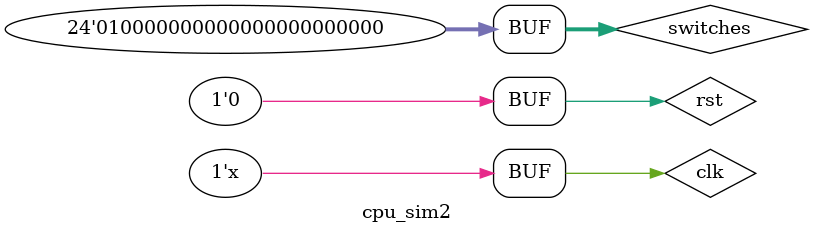
<source format=v>
`timescale 1ns / 1ps


module cpu_sim2();
reg rst, clk;
reg[23:0] switches;
wire[23:0] leds;

cpu cpu_tb(
    .clk(clk), 
    .reset(rst), 
    .switches(switches), 
    .leds(leds)
);

always begin
    #1 clk = ~clk;
end

initial begin
    clk = 1'b0;
    rst = 1'b1;
    switches = 24'h000000;
    #100 rst = 1'b0;
    switches = 24'h400000;
end
endmodule

</source>
